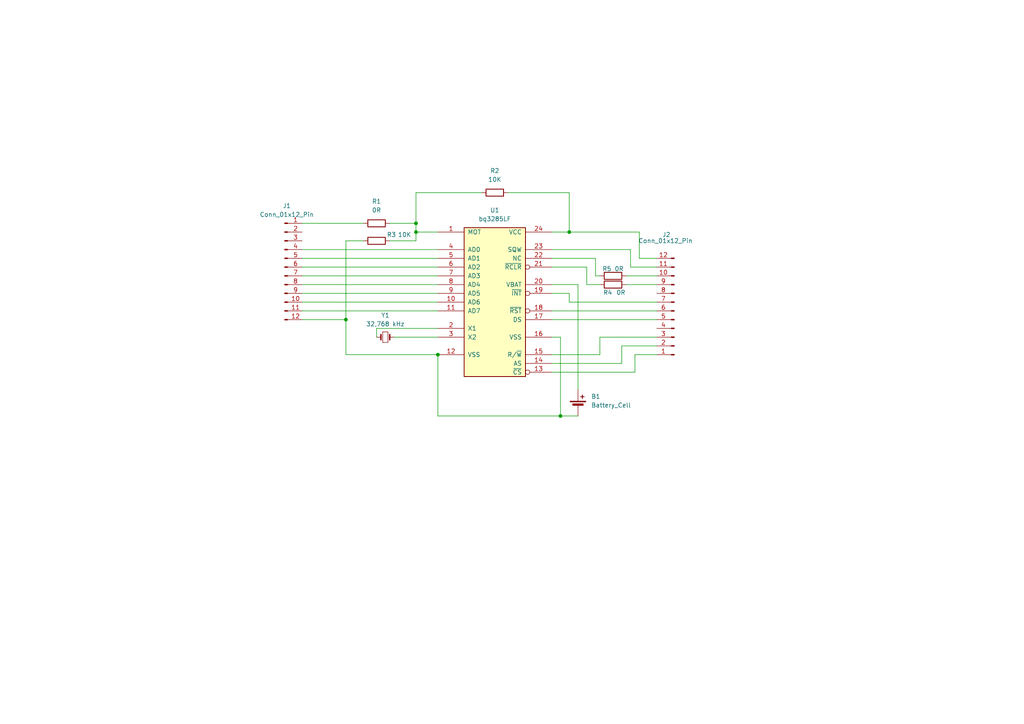
<source format=kicad_sch>
(kicad_sch (version 20231120) (generator "eeschema") (generator_version "8.0")
  (paper "A4")
  (lib_symbols
    (symbol "Connector:Conn_01x12_Pin" (pin_names (offset 1.016) hide)
      (property "Reference" "J" (at 0 15.24 0))
      (property "Value" "Conn_01x12_Pin" (at 0 -17.78 0))
      (symbol "Conn_01x12_Pin_1_1"
        (polyline (pts (xy 1.27 -15.24) (xy 0.8636 -15.24)) (stroke (width 0.1524)))
        (polyline (pts (xy 1.27 -12.7) (xy 0.8636 -12.7)) (stroke (width 0.1524)))
        (polyline (pts (xy 1.27 -10.16) (xy 0.8636 -10.16)) (stroke (width 0.1524)))
        (polyline (pts (xy 1.27 -7.62) (xy 0.8636 -7.62)) (stroke (width 0.1524)))
        (polyline (pts (xy 1.27 -5.08) (xy 0.8636 -5.08)) (stroke (width 0.1524)))
        (polyline (pts (xy 1.27 -2.54) (xy 0.8636 -2.54)) (stroke (width 0.1524)))
        (polyline (pts (xy 1.27 0) (xy 0.8636 0)) (stroke (width 0.1524)))
        (polyline (pts (xy 1.27 2.54) (xy 0.8636 2.54)) (stroke (width 0.1524)))
        (polyline (pts (xy 1.27 5.08) (xy 0.8636 5.08)) (stroke (width 0.1524)))
        (polyline (pts (xy 1.27 7.62) (xy 0.8636 7.62)) (stroke (width 0.1524)))
        (polyline (pts (xy 1.27 10.16) (xy 0.8636 10.16)) (stroke (width 0.1524)))
        (polyline (pts (xy 1.27 12.7) (xy 0.8636 12.7)) (stroke (width 0.1524)))
        (rectangle (start 0.8636 -15.113) (end 0 -15.367) (stroke (width 0.1524)) (fill (type outline)))
        (rectangle (start 0.8636 -12.573) (end 0 -12.827) (stroke (width 0.1524)) (fill (type outline)))
        (rectangle (start 0.8636 -10.033) (end 0 -10.287) (stroke (width 0.1524)) (fill (type outline)))
        (rectangle (start 0.8636 -7.493) (end 0 -7.747) (stroke (width 0.1524)) (fill (type outline)))
        (rectangle (start 0.8636 -4.953) (end 0 -5.207) (stroke (width 0.1524)) (fill (type outline)))
        (rectangle (start 0.8636 -2.413) (end 0 -2.667) (stroke (width 0.1524)) (fill (type outline)))
        (rectangle (start 0.8636 0.127) (end 0 -0.127) (stroke (width 0.1524)) (fill (type outline)))
        (rectangle (start 0.8636 2.667) (end 0 2.413) (stroke (width 0.1524)) (fill (type outline)))
        (rectangle (start 0.8636 5.207) (end 0 4.953) (stroke (width 0.1524)) (fill (type outline)))
        (rectangle (start 0.8636 7.747) (end 0 7.493) (stroke (width 0.1524)) (fill (type outline)))
        (rectangle (start 0.8636 10.287) (end 0 10.033) (stroke (width 0.1524)) (fill (type outline)))
        (rectangle (start 0.8636 12.827) (end 0 12.573) (stroke (width 0.1524)) (fill (type outline)))
        (pin passive line (at 5.08 12.7 180) (length 3.81) (name "Pin_1") (number "1"))
        (pin passive line (at 5.08 -10.16 180) (length 3.81) (name "Pin_10") (number "10"))
        (pin passive line (at 5.08 -12.7 180) (length 3.81) (name "Pin_11") (number "11"))
        (pin passive line (at 5.08 -15.24 180) (length 3.81) (name "Pin_12") (number "12"))
        (pin passive line (at 5.08 10.16 180) (length 3.81) (name "Pin_2") (number "2"))
        (pin passive line (at 5.08 7.62 180) (length 3.81) (name "Pin_3") (number "3"))
        (pin passive line (at 5.08 5.08 180) (length 3.81) (name "Pin_4") (number "4"))
        (pin passive line (at 5.08 2.54 180) (length 3.81) (name "Pin_5") (number "5"))
        (pin passive line (at 5.08 0 180) (length 3.81) (name "Pin_6") (number "6"))
        (pin passive line (at 5.08 -2.54 180) (length 3.81) (name "Pin_7") (number "7"))
        (pin passive line (at 5.08 -5.08 180) (length 3.81) (name "Pin_8") (number "8"))
        (pin passive line (at 5.08 -7.62 180) (length 3.81) (name "Pin_9") (number "9"))
      )
    )
    (symbol "Device:Battery_Cell" (pin_numbers hide) (pin_names (offset 0) hide)
      (property "Reference" "BT" (at 2.54 2.54 0))
      (property "Value" "Battery_Cell" (at 2.54 0 0))
      (symbol "Battery_Cell_0_1"
        (rectangle (start -2.286 1.778) (end 2.286 1.524) (fill (type outline)))
        (rectangle (start -1.524 1.016) (end 1.524 0.508) (fill (type outline)))
        (polyline (pts (xy 0 0.762) (xy 0 0)))
        (polyline (pts (xy 0 1.778) (xy 0 2.54)))
        (polyline (pts (xy 0.762 3.048) (xy 1.778 3.048)) (stroke (width 0.254)))
        (polyline (pts (xy 1.27 3.556) (xy 1.27 2.54)) (stroke (width 0.254)))
      )
      (symbol "Battery_Cell_1_1"
        (pin passive line (at 0 5.08 270) (length 2.54) (name "+") (number "1"))
        (pin passive line (at 0 -2.54 90) (length 2.54) (name "-") (number "2"))
      )
    )
    (symbol "Device:Crystal_Small" (pin_numbers hide) (pin_names (offset 1.016) hide)
      (property "Reference" "Y" (at 0 2.54 0))
      (property "Value" "Crystal_Small" (at 0 -2.54 0))
      (symbol "Crystal_Small_0_1"
        (rectangle (start -0.762 -1.524) (end 0.762 1.524))
        (polyline (pts (xy -1.27 -0.762) (xy -1.27 0.762)) (stroke (width 0.381)))
        (polyline (pts (xy 1.27 -0.762) (xy 1.27 0.762)) (stroke (width 0.381)))
      )
      (symbol "Crystal_Small_1_1"
        (pin passive line (at -2.54 0 0) (length 1.27) (name "1") (number "1"))
        (pin passive line (at 2.54 0 180) (length 1.27) (name "2") (number "2"))
      )
    )
    (symbol "Device:R" (pin_numbers hide) (pin_names (offset 0))
      (property "Reference" "R" (at 2.032 0 90))
      (property "Value" "R" (at 0 0 90))
      (symbol "R_0_1"
        (rectangle (start -1.016 -2.54) (end 1.016 2.54) (stroke (width 0.254)))
      )
      (symbol "R_1_1"
        (pin passive line (at 0 3.81 270) (length 1.27) (name "~") (number "1"))
        (pin passive line (at 0 -3.81 90) (length 1.27) (name "~") (number "2"))
      )
    )
    (symbol "dv-87-12:bq3285LF" (pin_names (offset 1.016))
      (property "Reference" "U" (at 0 22.86 0))
      (property "Value" "bq3285LF" (at -0.508 -23.368 0))
      (symbol "bq3285LF_0_1"
        (rectangle (start -8.89 21.59) (end 8.89 -21.59) (stroke (width 0.254)) (fill (type background)))
      )
      (symbol "bq3285LF_1_1"
        (pin input line (at -16.51 20.32 0) (length 7.62) (name "MOT") (number "1"))
        (pin bidirectional line (at -16.51 0 0) (length 7.62) (name "AD6") (number "10"))
        (pin bidirectional line (at -16.51 -2.54 0) (length 7.62) (name "AD7") (number "11"))
        (pin power_in line (at -16.51 -15.24 0) (length 7.62) (name "VSS") (number "12"))
        (pin input inverted (at 16.51 -20.32 180) (length 7.62) (name "~{CS}") (number "13"))
        (pin input line (at 16.51 -17.78 180) (length 7.62) (name "AS") (number "14"))
        (pin input line (at 16.51 -15.24 180) (length 7.62) (name "R/~{W}") (number "15"))
        (pin power_in line (at 16.51 -10.16 180) (length 7.62) (name "VSS") (number "16"))
        (pin input line (at 16.51 -5.08 180) (length 7.62) (name "DS") (number "17"))
        (pin input inverted (at 16.51 -2.54 180) (length 7.62) (name "~{RST}") (number "18"))
        (pin open_emitter inverted (at 16.51 2.54 180) (length 7.62) (name "~{INT}") (number "19"))
        (pin input line (at -16.51 -7.62 0) (length 7.62) (name "X1") (number "2"))
        (pin power_in line (at 16.51 5.08 180) (length 7.62) (name "VBAT") (number "20"))
        (pin input inverted (at 16.51 10.16 180) (length 7.62) (name "~{RCLR}") (number "21"))
        (pin free line (at 16.51 12.7 180) (length 7.62) (name "NC") (number "22"))
        (pin input line (at 16.51 15.24 180) (length 7.62) (name "SQW") (number "23"))
        (pin power_in line (at 16.51 20.32 180) (length 7.62) (name "VCC") (number "24"))
        (pin input line (at -16.51 -10.16 0) (length 7.62) (name "X2") (number "3"))
        (pin bidirectional line (at -16.51 15.24 0) (length 7.62) (name "AD0") (number "4"))
        (pin bidirectional line (at -16.51 12.7 0) (length 7.62) (name "AD1") (number "5"))
        (pin bidirectional line (at -16.51 10.16 0) (length 7.62) (name "AD2") (number "6"))
        (pin bidirectional line (at -16.51 7.62 0) (length 7.62) (name "AD3") (number "7"))
        (pin bidirectional line (at -16.51 5.08 0) (length 7.62) (name "AD4") (number "8"))
        (pin bidirectional line (at -16.51 2.54 0) (length 7.62) (name "AD5") (number "9"))
      )
    )
  )
  (junction (at 165.1 67.31))
  (junction (at 162.56 120.65))
  (junction (at 120.65 64.77))
  (junction (at 127 102.87))
  (junction (at 120.65 67.31))
  (junction (at 100.33 92.71))
  (wire (pts (xy 120.65 55.88) (xy 120.65 64.77)))
  (wire (pts (xy 113.03 69.85) (xy 120.65 69.85)))
  (wire (pts (xy 87.63 87.63) (xy 127 87.63)))
  (wire (pts (xy 127 95.25) (xy 109.22 95.25)))
  (wire (pts (xy 162.56 120.65) (xy 167.64 120.65)))
  (wire (pts (xy 87.63 82.55) (xy 127 82.55)))
  (wire (pts (xy 105.41 69.85) (xy 100.33 69.85)))
  (wire (pts (xy 147.32 55.88) (xy 165.1 55.88)))
  (wire (pts (xy 184.15 107.95) (xy 184.15 102.87)))
  (wire (pts (xy 160.02 102.87) (xy 173.99 102.87)))
  (wire (pts (xy 185.42 67.31) (xy 185.42 74.93)))
  (wire (pts (xy 180.34 105.41) (xy 180.34 100.33)))
  (wire (pts (xy 181.61 82.55) (xy 190.5 82.55)))
  (wire (pts (xy 160.02 85.09) (xy 165.1 85.09)))
  (wire (pts (xy 100.33 92.71) (xy 100.33 102.87)))
  (wire (pts (xy 87.63 77.47) (xy 127 77.47)))
  (wire (pts (xy 170.18 77.47) (xy 170.18 82.55)))
  (wire (pts (xy 185.42 74.93) (xy 190.5 74.93)))
  (wire (pts (xy 100.33 69.85) (xy 100.33 92.71)))
  (wire (pts (xy 160.02 67.31) (xy 165.1 67.31)))
  (wire (pts (xy 173.99 97.79) (xy 190.5 97.79)))
  (wire (pts (xy 182.88 72.39) (xy 182.88 77.47)))
  (wire (pts (xy 120.65 64.77) (xy 113.03 64.77)))
  (wire (pts (xy 170.18 82.55) (xy 173.99 82.55)))
  (wire (pts (xy 172.72 74.93) (xy 172.72 80.01)))
  (wire (pts (xy 127 102.87) (xy 127 120.65)))
  (wire (pts (xy 109.22 95.25) (xy 109.22 97.79)))
  (wire (pts (xy 87.63 85.09) (xy 127 85.09)))
  (wire (pts (xy 114.3 97.79) (xy 127 97.79)))
  (wire (pts (xy 87.63 90.17) (xy 127 90.17)))
  (wire (pts (xy 87.63 92.71) (xy 100.33 92.71)))
  (wire (pts (xy 165.1 55.88) (xy 165.1 67.31)))
  (wire (pts (xy 139.7 55.88) (xy 120.65 55.88)))
  (wire (pts (xy 160.02 77.47) (xy 170.18 77.47)))
  (wire (pts (xy 182.88 77.47) (xy 190.5 77.47)))
  (wire (pts (xy 184.15 102.87) (xy 190.5 102.87)))
  (wire (pts (xy 87.63 64.77) (xy 105.41 64.77)))
  (wire (pts (xy 160.02 74.93) (xy 172.72 74.93)))
  (wire (pts (xy 165.1 85.09) (xy 165.1 87.63)))
  (wire (pts (xy 120.65 69.85) (xy 120.65 67.31)))
  (wire (pts (xy 127 120.65) (xy 162.56 120.65)))
  (wire (pts (xy 162.56 120.65) (xy 162.56 97.79)))
  (wire (pts (xy 87.63 80.01) (xy 127 80.01)))
  (wire (pts (xy 120.65 64.77) (xy 120.65 67.31)))
  (wire (pts (xy 87.63 72.39) (xy 127 72.39)))
  (wire (pts (xy 162.56 97.79) (xy 160.02 97.79)))
  (wire (pts (xy 160.02 92.71) (xy 190.5 92.71)))
  (wire (pts (xy 160.02 90.17) (xy 190.5 90.17)))
  (wire (pts (xy 127 67.31) (xy 120.65 67.31)))
  (wire (pts (xy 160.02 72.39) (xy 182.88 72.39)))
  (wire (pts (xy 167.64 113.03) (xy 167.64 82.55)))
  (wire (pts (xy 180.34 100.33) (xy 190.5 100.33)))
  (wire (pts (xy 172.72 80.01) (xy 173.99 80.01)))
  (wire (pts (xy 165.1 67.31) (xy 185.42 67.31)))
  (wire (pts (xy 100.33 102.87) (xy 127 102.87)))
  (wire (pts (xy 160.02 107.95) (xy 184.15 107.95)))
  (wire (pts (xy 181.61 80.01) (xy 190.5 80.01)))
  (wire (pts (xy 160.02 105.41) (xy 180.34 105.41)))
  (wire (pts (xy 87.63 74.93) (xy 127 74.93)))
  (wire (pts (xy 165.1 87.63) (xy 190.5 87.63)))
  (wire (pts (xy 173.99 102.87) (xy 173.99 97.79)))
  (wire (pts (xy 167.64 82.55) (xy 160.02 82.55)))
  (symbol (lib_id "Device:R") (at 109.22 64.77 90) (unit 1)
    (property "Reference" "R1" (at 109.22 58.42 90))
    (property "Value" "0R" (at 109.22 60.96 90))
    (property "Footprint" "Resistor_SMD:R_0805_2012Metric" (effects (hide yes)))
    (property "Description" "Resistor" (effects (hide yes)))
  )
  (symbol (lib_id "Connector:Conn_01x12_Pin") (at 82.55 77.47 0) (unit 1)
    (property "Reference" "J1" (at 83.185 59.69 0))
    (property "Value" "Conn_01x12_Pin" (at 83.185 62.23 0))
    (property "Footprint" "Connector_PinHeader_2.54mm:PinHeader_1x12_P2.54mm_Vertical" (effects (hide yes)))
    (property "Description" "Generic connector, single row, 01x12, script generated" (effects (hide yes)))
  )
  (symbol (lib_id "Device:Crystal_Small") (at 111.76 97.79 0) (unit 1)
    (property "Reference" "Y1" (at 111.76 91.44 0))
    (property "Value" "32,768 kHz" (at 111.76 93.98 0))
    (property "Footprint" "Crystal:Crystal_SMD_3215-2Pin_3.2x1.5mm" (effects (hide yes)))
    (property "Description" "Two pin crystal, small symbol" (effects (hide yes)))
  )
  (symbol (lib_id "Device:Battery_Cell") (at 167.64 118.11 0) (unit 1)
    (property "Reference" "B1" (at 171.45 114.9984 0) (effects (justify left)))
    (property "Value" "Battery_Cell" (at 171.45 117.5384 0) (effects (justify left)))
    (property "Footprint" "DV-87-12:BatteryHolder_Renata_SMTU1225-LF_1x1225" (effects (hide yes)))
    (property "Description" "Single-cell battery" (effects (hide yes)))
  )
  (symbol (lib_id "Device:R") (at 177.8 82.55 90) (unit 1)
    (property "Reference" "R4" (at 176.276 84.836 90))
    (property "Value" "0R" (at 180.086 84.836 90))
    (property "Footprint" "Resistor_SMD:R_0805_2012Metric" (effects (hide yes)))
    (property "Description" "Resistor" (effects (hide yes)))
  )
  (symbol (lib_id "dv-87-12:bq3285LF") (at 143.51 87.63 0) (unit 1)
    (property "Reference" "U1" (at 143.51 60.96 0))
    (property "Value" "bq3285LF" (at 143.51 63.5 0))
    (property "Footprint" "Package_SO:SSOP-24_3.9x8.7mm_P0.635mm" (effects (hide yes)))
    (property "Datasheet" "https://www.ti.com/lit/gpn/bq3285" (effects (hide yes)))
    (property "Description" "Real-Time Clock (RTC)" (effects (hide yes)))
  )
  (symbol (lib_id "Connector:Conn_01x12_Pin") (at 195.58 90.17 180) (unit 1)
    (property "Reference" "J2" (at 193.294 68.072 0))
    (property "Value" "Conn_01x12_Pin" (at 193.04 69.85 0))
    (property "Footprint" "Connector_PinHeader_2.54mm:PinHeader_1x12_P2.54mm_Vertical" (effects (hide yes)))
    (property "Description" "Generic connector, single row, 01x12, script generated" (effects (hide yes)))
  )
  (symbol (lib_id "Device:R") (at 109.22 69.85 90) (unit 1)
    (property "Reference" "R3" (at 113.538 68.072 90))
    (property "Value" "10K" (at 117.348 68.072 90))
    (property "Footprint" "Resistor_SMD:R_0805_2012Metric" (effects (hide yes)))
    (property "Description" "Resistor" (effects (hide yes)))
  )
  (symbol (lib_id "Device:R") (at 177.8 80.01 90) (unit 1)
    (property "Reference" "R5" (at 176.022 77.978 90))
    (property "Value" "0R" (at 179.578 77.978 90))
    (property "Footprint" "Resistor_SMD:R_0805_2012Metric" (effects (hide yes)))
    (property "Description" "Resistor" (effects (hide yes)))
  )
  (symbol (lib_id "Device:R") (at 143.51 55.88 90) (unit 1)
    (property "Reference" "R2" (at 143.51 49.53 90))
    (property "Value" "10K" (at 143.51 52.07 90))
    (property "Footprint" "Resistor_SMD:R_0805_2012Metric" (effects (hide yes)))
    (property "Description" "Resistor" (effects (hide yes)))
  )
)
</source>
